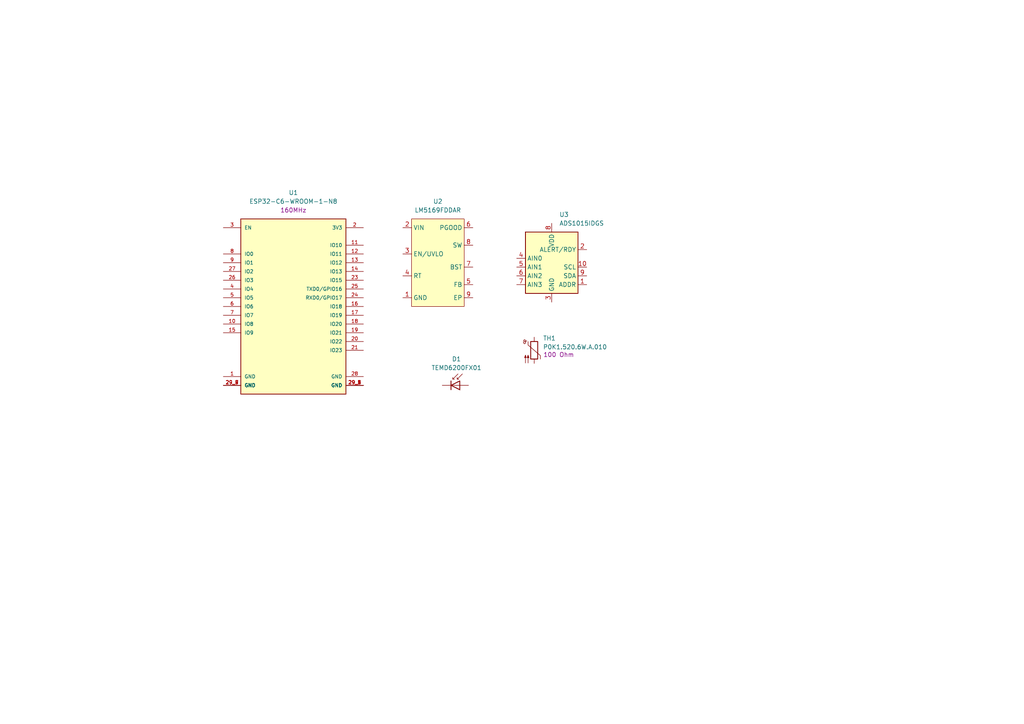
<source format=kicad_sch>
(kicad_sch (version 20231120) (generator "eeschema") (generator_version "8.0")
  (paper "A4")
  (lib_symbols
    (symbol "Analog_ADC:ADS1015IDGS"
      (property "Reference" "U" (at 2.54 13.97 0))
      (property "Value" "ADS1015IDGS" (at 7.62 11.43 0))
      (symbol "ADS1015IDGS_0_1"
        (rectangle (start -7.62 10.16) (end 7.62 -7.62) (stroke (width 0.254)) (fill (type background)))
      )
      (symbol "ADS1015IDGS_1_1"
        (pin input line (at 10.16 -5.08 180) (length 2.54) (name "ADDR") (number "1"))
        (pin input line (at 10.16 0 180) (length 2.54) (name "SCL") (number "10"))
        (pin output line (at 10.16 5.08 180) (length 2.54) (name "ALERT/RDY") (number "2"))
        (pin power_in line (at 0 -10.16 90) (length 2.54) (name "GND") (number "3"))
        (pin input line (at -10.16 2.54 0) (length 2.54) (name "AIN0") (number "4"))
        (pin input line (at -10.16 0 0) (length 2.54) (name "AIN1") (number "5"))
        (pin input line (at -10.16 -2.54 0) (length 2.54) (name "AIN2") (number "6"))
        (pin input line (at -10.16 -5.08 0) (length 2.54) (name "AIN3") (number "7"))
        (pin power_in line (at 0 12.7 270) (length 2.54) (name "VDD") (number "8"))
        (pin bidirectional line (at 10.16 -2.54 180) (length 2.54) (name "SDA") (number "9"))
      )
    )
    (symbol "clement-components:Diodes/TEMD6200FX01" (pin_numbers hide) (pin_names hide)
      (property "Reference" "D" (at 0.508 1.778 0))
      (property "Value" "TEMD6200FX01" (at -1.016 -2.794 0))
      (symbol "Diodes/TEMD6200FX01_0_1"
        (polyline (pts (xy -2.54 1.27) (xy -2.54 -1.27)) (stroke (width 0.254)))
        (polyline (pts (xy -2.032 1.778) (xy -1.524 1.778)))
        (polyline (pts (xy 0 0) (xy -2.54 0)))
        (polyline (pts (xy -0.508 3.302) (xy -2.032 1.778) (xy -2.032 2.286)))
        (polyline (pts (xy 0 -1.27) (xy 0 1.27) (xy -2.54 0) (xy 0 -1.27)) (stroke (width 0.254)))
        (polyline (pts (xy 0.762 3.302) (xy -0.762 1.778) (xy -0.762 2.286) (xy -0.762 1.778) (xy -0.254 1.778)))
      )
      (symbol "Diodes/TEMD6200FX01_1_1"
        (pin passive line (at -5.08 0 0) (length 2.54) (name "K") (number "1"))
        (pin passive line (at 2.54 0 180) (length 2.54) (name "A") (number "2"))
      )
    )
    (symbol "clement-components:MCUs/ESP32-C6-WROOM-1-N8" (pin_names (offset 1.016))
      (property "Reference" "U" (at -15.24 23.622 0))
      (property "Value" "ESP32-C6-WROOM-1-N8" (at -15.24 -30.48 0))
      (property "Frequency" "160MHz" (at 0 0 0))
      (symbol "MCUs/ESP32-C6-WROOM-1-N8_0_0"
        (rectangle (start -15.24 22.86) (end 15.24 -27.94) (stroke (width 0.254)) (fill (type background)))
        (pin power_in line (at -20.32 -22.86 0) (length 5.08) (name "GND") (number "1"))
        (pin bidirectional line (at -20.32 -7.62 0) (length 5.08) (name "IO8") (number "10"))
        (pin bidirectional line (at 20.32 15.24 180) (length 5.08) (name "IO10") (number "11"))
        (pin bidirectional line (at 20.32 12.7 180) (length 5.08) (name "IO11") (number "12"))
        (pin bidirectional line (at 20.32 10.16 180) (length 5.08) (name "IO12") (number "13"))
        (pin bidirectional line (at 20.32 7.62 180) (length 5.08) (name "IO13") (number "14"))
        (pin bidirectional line (at -20.32 -10.16 0) (length 5.08) (name "IO9") (number "15"))
        (pin bidirectional line (at 20.32 -2.54 180) (length 5.08) (name "IO18") (number "16"))
        (pin bidirectional line (at 20.32 -5.08 180) (length 5.08) (name "IO19") (number "17"))
        (pin bidirectional line (at 20.32 -7.62 180) (length 5.08) (name "IO20") (number "18"))
        (pin bidirectional line (at 20.32 -10.16 180) (length 5.08) (name "IO21") (number "19"))
        (pin power_in line (at 20.32 20.32 180) (length 5.08) (name "3V3") (number "2"))
        (pin bidirectional line (at 20.32 -12.7 180) (length 5.08) (name "IO22") (number "20"))
        (pin bidirectional line (at 20.32 -15.24 180) (length 5.08) (name "IO23") (number "21"))
        (pin bidirectional line (at 20.32 5.08 180) (length 5.08) (name "IO15") (number "23"))
        (pin bidirectional line (at 20.32 0 180) (length 5.08) (name "RXD0/GPIO17") (number "24"))
        (pin bidirectional line (at 20.32 2.54 180) (length 5.08) (name "TXD0/GPIO16") (number "25"))
        (pin bidirectional line (at -20.32 5.08 0) (length 5.08) (name "IO3") (number "26"))
        (pin bidirectional line (at -20.32 7.62 0) (length 5.08) (name "IO2") (number "27"))
        (pin input line (at -20.32 20.32 0) (length 5.08) (name "EN") (number "3"))
        (pin bidirectional line (at -20.32 2.54 0) (length 5.08) (name "IO4") (number "4"))
        (pin bidirectional line (at -20.32 0 0) (length 5.08) (name "IO5") (number "5"))
        (pin bidirectional line (at -20.32 -2.54 0) (length 5.08) (name "IO6") (number "6"))
        (pin bidirectional line (at -20.32 -5.08 0) (length 5.08) (name "IO7") (number "7"))
        (pin bidirectional line (at -20.32 12.7 0) (length 5.08) (name "IO0") (number "8"))
        (pin bidirectional line (at -20.32 10.16 0) (length 5.08) (name "IO1") (number "9"))
      )
      (symbol "MCUs/ESP32-C6-WROOM-1-N8_1_0"
        (pin no_connect line (at -20.32 -17.78 0) (length 5.08) hide (name "NC") (number "22"))
        (pin power_in line (at 20.32 -22.86 180) (length 5.08) (name "GND") (number "28"))
        (pin power_in line (at 20.32 -25.4 180) (length 5.08) (name "GND") (number "29_1"))
        (pin power_in line (at 20.32 -25.4 180) (length 5.08) (name "GND") (number "29_2"))
        (pin power_in line (at 20.32 -25.4 180) (length 5.08) (name "GND") (number "29_3"))
        (pin power_in line (at 20.32 -25.4 180) (length 5.08) (name "GND") (number "29_4"))
        (pin power_in line (at 20.32 -25.4 180) (length 5.08) (name "GND") (number "29_5"))
        (pin power_in line (at -20.32 -25.4 0) (length 5.08) (name "GND") (number "29_6"))
        (pin power_in line (at -20.32 -25.4 0) (length 5.08) (name "GND") (number "29_7"))
        (pin power_in line (at -20.32 -25.4 0) (length 5.08) (name "GND") (number "29_8"))
        (pin power_in line (at -20.32 -25.4 0) (length 5.08) (name "GND") (number "29_9"))
      )
    )
    (symbol "clement-components:PMICs/LM5169FDDAR"
      (property "Reference" "U?" (at -6.604 13.716 0))
      (property "Value" "LM5169FDDAR" (at 0 -13.97 0))
      (symbol "PMICs/LM5169FDDAR_1_1"
        (rectangle (start -7.62 12.7) (end 7.62 -12.7) (fill (type background)))
        (pin power_in line (at -10.16 -10.16 0) (length 2.54) (name "GND") (number "1"))
        (pin power_in line (at -10.16 10.16 0) (length 2.54) (name "VIN") (number "2"))
        (pin input line (at -10.16 2.54 0) (length 2.54) (name "EN/UVLO") (number "3"))
        (pin input line (at -10.16 -3.81 0) (length 2.54) (name "RT") (number "4"))
        (pin input line (at 10.16 -6.35 180) (length 2.54) (name "FB") (number "5"))
        (pin output line (at 10.16 10.16 180) (length 2.54) (name "PGOOD") (number "6"))
        (pin input line (at 10.16 -1.27 180) (length 2.54) (name "BST") (number "7"))
        (pin power_out line (at 10.16 5.08 180) (length 2.54) (name "SW") (number "8"))
        (pin power_in line (at 10.16 -10.16 180) (length 2.54) (name "EP") (number "9"))
      )
    )
    (symbol "clement-components:Sensors/P0K1.520.6W.A.010" (pin_numbers hide) (pin_names (offset 0))
      (property "Reference" "TH" (at -4.445 0 90))
      (property "Value" "P0K1.520.6W.A.010" (at 3.175 0 90))
      (property "Range" "-200°C - 600°C" (at 0 0 0) (show_name))
      (property "Sensitivity" "3850ppm/°C" (at 0 0 0) (show_name))
      (symbol "Sensors/P0K1.520.6W.A.010_0_1"
        (arc (start -3.048 2.159) (mid -3.0495 2.3143) (end -3.175 2.413))
        (arc (start -3.048 2.159) (mid -2.9736 1.9794) (end -2.794 1.905))
        (arc (start -3.048 2.794) (mid -2.9736 2.6144) (end -2.794 2.54))
        (arc (start -2.794 1.905) (mid -2.6144 1.9794) (end -2.54 2.159))
        (arc (start -2.794 2.54) (mid -2.4393 2.5587) (end -2.159 2.794))
        (arc (start -2.794 3.048) (mid -2.9736 2.9736) (end -3.048 2.794))
        (arc (start -2.54 2.794) (mid -2.6144 2.9736) (end -2.794 3.048))
        (rectangle (start -1.016 2.54) (end 1.016 -2.54) (stroke (width 0.254)))
        (polyline (pts (xy -2.54 2.159) (xy -2.54 2.794)))
        (polyline (pts (xy -1.778 2.54) (xy -1.778 1.524) (xy 1.778 -1.524) (xy 1.778 -2.54)))
        (polyline (pts (xy -2.54 -3.683) (xy -2.54 -1.397) (xy -2.794 -2.159) (xy -2.286 -2.159) (xy -2.54 -1.397) (xy -2.54 -1.651)) (fill (type outline)))
        (polyline (pts (xy -1.778 -3.683) (xy -1.778 -1.397) (xy -2.032 -2.159) (xy -1.524 -2.159) (xy -1.778 -1.397) (xy -1.778 -1.651)) (fill (type outline)))
      )
      (symbol "Sensors/P0K1.520.6W.A.010_1_1"
        (pin passive line (at 0 3.81 270) (length 1.27) (name "~") (number "1"))
        (pin passive line (at 0 -3.81 90) (length 1.27) (name "~") (number "2"))
      )
    )
  )
  (symbol (lib_id "clement-components:Diodes/TEMD6200FX01") (at 133.35 111.76 0) (unit 1)
    (property "Reference" "D1" (at 132.3975 104.14 0))
    (property "Value" "TEMD6200FX01" (at 132.3975 106.68 0))
    (property "Footprint" "ClementsFootprints:PhotoDiode-0805" (effects (hide yes)))
    (property "Datasheet" "https://www.vishay.com/docs/81812/temd6200.pdf" (effects (hide yes)))
    (property "Description" "Ambient Light Sensor PIN Diode Human 540nm" (effects (hide yes)))
    (property "MPN" "TEMD6200FX01" (effects (hide yes)))
    (property "Type" "Photodiode" (effects (hide yes)))
    (property "Reverse Voltage" "16V" (effects (hide yes)))
    (property "Current Rating" "0.09uA" (effects (hide yes)))
    (property "Power Dissipation" "100mW" (effects (hide yes)))
    (property "Package" "0805" (effects (hide yes)))
    (property "Manufacturer" "Vishay Semiconductor Opto Division" (effects (hide yes)))
    (property "Distributer PN" "751-1503-1-ND" (effects (hide yes)))
    (property "Price" "$1.27" (effects (hide yes)))
  )
  (symbol (lib_id "clement-components:PMICs/LM5169FDDAR") (at 127 76.2 0) (unit 1)
    (property "Reference" "U2" (at 127 58.42 0))
    (property "Value" "LM5169FDDAR" (at 127 60.96 0))
    (property "Footprint" "Package_SO:TI_SO-PowerPAD-8" (effects (hide yes)))
    (property "Datasheet" "https://www.ti.com/lit/ds/symlink/lm5168.pdf" (effects (hide yes)))
    (property "Description" "Buck Switching Regulator IC Positive Adjustable 1.2V 1 Output 650mA 8-PowerSOIC (0.154\", 3.90mm Width)" (effects (hide yes)))
    (property "MPN" "LM5169FDDAR" (effects (hide yes)))
    (property "Function" "Buck Switching Regulator IC" (effects (hide yes)))
    (property "Channel Count" "1" (effects (hide yes)))
    (property "Frequency" "100kHz - 1MHz" (effects (hide yes)))
    (property "Vin Min" "6V" (effects (hide yes)))
    (property "Vin Max" "120V" (effects (hide yes)))
    (property "Vout Min" "1.2V" (effects (hide yes)))
    (property "Vout Max" "120V" (effects (hide yes)))
    (property "Output Curent" "650mA" (effects (hide yes)))
    (property "Temp Min" "-40C" (effects (hide yes)))
    (property "Temp Max" "150C" (effects (hide yes)))
    (property "Package" "8-SO PowerPad" (effects (hide yes)))
    (property "Pin Count" "8" (effects (hide yes)))
    (property "Manufacturer" "Texas Instruments" (effects (hide yes)))
    (property "Distributer PN" "296-LM5169FDDARCT-ND" (effects (hide yes)))
    (property "Price" "$2.29" (effects (hide yes)))
  )
  (symbol (lib_id "Analog_ADC:ADS1015IDGS") (at 160.02 77.47 0) (unit 1)
    (property "Reference" "U3" (at 162.2141 62.23 0) (effects (justify left)))
    (property "Value" "ADS1015IDGS" (at 162.2141 64.77 0) (effects (justify left)))
    (property "Footprint" "Package_SO:TSSOP-10_3x3mm_P0.5mm" (effects (hide yes)))
    (property "Datasheet" "http://www.ti.com/lit/ds/symlink/ads1015.pdf" (effects (hide yes)))
    (property "Description" "Ultra-Small, Low-Power, I2C-Compatible, 3.3-kSPS, 12-Bit ADCs With Internal Reference, Oscillator, and Programmable Comparator, VSSOP-10" (effects (hide yes)))
  )
  (symbol (lib_id "clement-components:Sensors/P0K1.520.6W.A.010") (at 154.94 101.6 0) (unit 1)
    (property "Reference" "TH1" (at 157.48 98.1074 0) (effects (justify left)))
    (property "Value" "P0K1.520.6W.A.010" (at 157.48 100.6474 0) (effects (justify left)))
    (property "Footprint" "Connector_PinHeader_2.00mm:PinHeader_1x02_P2.00mm_Vertical" (effects (hide yes)))
    (property "Datasheet" "https://www.mouser.com/datasheet/2/1426/p0k1_520_6w_a_010-2950502.pdf" (effects (hide yes)))
    (property "Description" "Industrial Temperature Sensors 100 Ohm, 5.0 x 2.0 mm, -200 C to +600 C, IEC 60751 F0.15 10 mm wires " (effects (hide yes)))
    (property "MPN" "P0K1.520.6W.A.010" (effects (hide yes)))
    (property "Type" "Temperature" (effects (hide yes)))
    (property "Range" "-200°C - 600°C" (effects (hide yes)))
    (property "Sensitivity" "3850ppm/°C" (effects (hide yes)))
    (property "Output" "100 Ohm" (at 162.052 102.87 0))
    (property "Operating Current" "1mA" (effects (hide yes)))
    (property "Package" "Wire Leads" (effects (hide yes)))
    (property "Pin Count" "2" (effects (hide yes)))
    (property "Manufacturer" "Innovative Sensor Technology, USA Division" (effects (hide yes)))
    (property "Distributer PN" "2952-P0K1.520.6W.A.010-ND" (effects (hide yes)))
    (property "Price" "$3.13" (effects (hide yes)))
  )
  (symbol (lib_id "clement-components:MCUs/ESP32-C6-WROOM-1-N8") (at 85.09 86.36 0) (unit 1)
    (property "Reference" "U1" (at 85.09 55.88 0))
    (property "Value" "ESP32-C6-WROOM-1-N8" (at 85.09 58.42 0))
    (property "Footprint" "ClementsFootprints:ESP32-C6-WROOM-1-N8" (effects (hide yes)))
    (property "Datasheet" "https://www.espressif.com/sites/default/files/documentation/esp32-c6-wroom-1_wroom-1u_datasheet_en.pdf" (effects (hide yes)))
    (property "Description" "802.15.4, Bluetooth, WiFi Bluetooth v5.0, Zigbee® Transceiver Module 2.4GHz PCB Trace Surface Mount" (effects (hide yes)))
    (property "PARTREV" "1.0" (effects (hide yes)))
    (property "STANDARD" "Manufacturer Recommendations" (effects (hide yes)))
    (property "MAXIMUM_PACKAGE_HEIGHT" "3.25mm" (effects (hide yes)))
    (property "MANUFACTURER" "Espressif Systems" (effects (hide yes)))
    (property "MPN" "ESP32-C6-WROOM-1-N8" (effects (hide yes)))
    (property "Architecture" "RISC-V" (effects (hide yes)))
    (property "Frequency" "160MHz" (at 85.09 60.96 0))
    (property "Peripherals" "SPI, I2C, I2S, UART, CAN" (effects (hide yes)))
    (property "RAM" "512KB" (effects (hide yes)))
    (property "ROM" "320KB" (effects (hide yes)))
    (property "Vin Min" "3.0V" (effects (hide yes)))
    (property "Vin Max" "3.6V" (effects (hide yes)))
    (property "Operating Current" "0.5A" (effects (hide yes)))
    (property "Temp Min" "-40C" (effects (hide yes)))
    (property "Temp Max" "85C" (effects (hide yes)))
    (property "Pin Count" "28" (effects (hide yes)))
    (property "Manufacturer" "Espressif Systems" (effects (hide yes)))
    (property "Distributer PN" "1965-ESP32-C6-WROOM-1-N8CT-ND" (effects (hide yes)))
    (property "Price" "3.13" (effects (hide yes)))
  )
)
</source>
